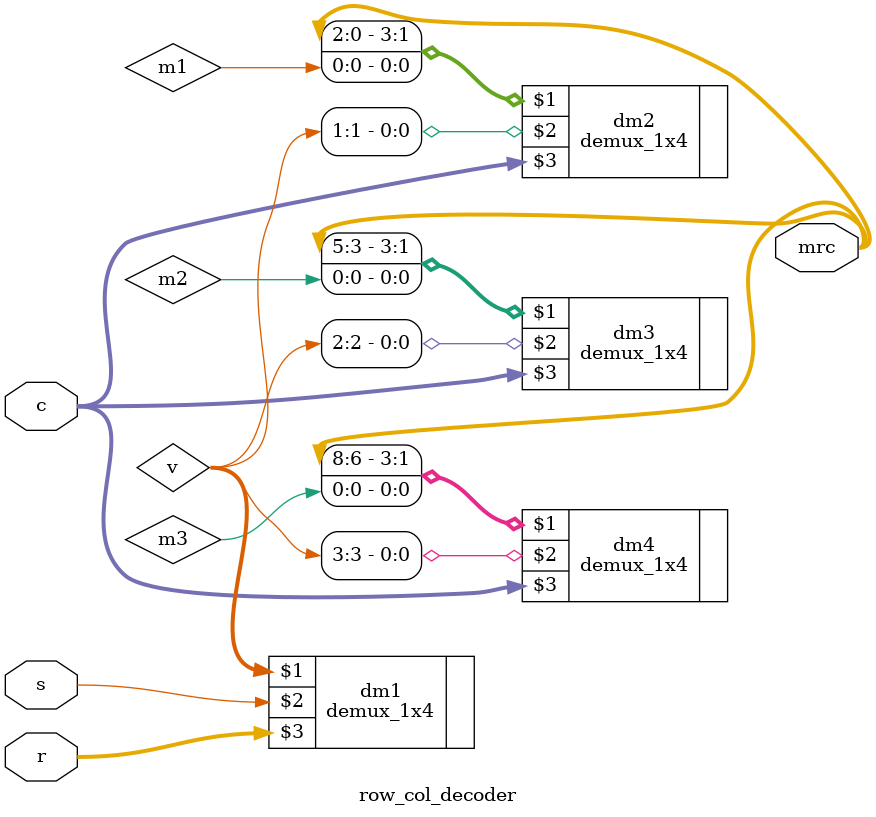
<source format=v>
module row_col_decoder(input [1:0] r,input [1:0] c,input s,output [8:0] mrc);

    wire [3:0] v;
    wire m1,m2,m3;

    demux_1x4 dm1 (v,s,r);
    demux_1x4 dm2 ({mrc[2:0],m1},v[1],c);
    demux_1x4 dm3 ({mrc[5:3],m2},v[2],c);
    demux_1x4 dm4 ({mrc[8:6],m3},v[3],c);

endmodule
</source>
